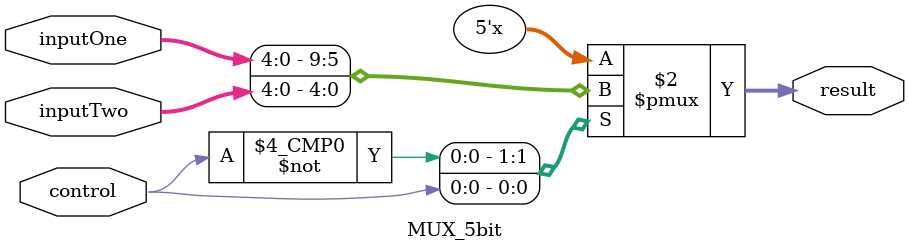
<source format=v>
module MUX_32bit(
    control,
    inputOne,
    inputTwo,
    result
);
    input control;
    input [31:0] inputOne;
    input [31:0] inputTwo;
    output [31:0] result;
    
    reg [31:0] result;
    always @(*)
    begin
        case(control)
            1'b0:
                result=inputOne;
            
            1'b1:
                result=inputTwo;
        endcase
    end

endmodule
module MUX_8bit(
    control,
    inputOne,
    inputTwo,
    result
);
    input control;
    input [7:0] inputOne;
    input [7:0] inputTwo;
    output [7:0] result;
    
    reg [7:0] result;
    
    always @(*)
    begin
        case(control)
            1'b0:
                result=inputOne;
            
            1'b1:
                result=inputTwo;
        endcase
    end

endmodule
module MUX_5bit(
    control,
    inputOne,
    inputTwo,
    result
);
    input control;
    input [4:0] inputOne;
    input [4:0] inputTwo;
    output [4:0] result;
   
    reg [4:0] result;
    always @(*)
    begin
        case(control)
            1'b0:
                result=inputOne;
            
            1'b1:
                result=inputTwo;
        endcase
    end

endmodule

// module testMux;

//     reg control;
//     reg [4:0] inputOne;
//     reg [4:0] inputTwo;
//     wire [4:0] result;

//     reg [7:0] inputOne_8;
//     reg [7:0] inputTwo_8;
//     wire [7:0] result_8;

//     reg [31:0] inputOne_32;
//     reg [31:0] inputTwo_32;
//     wire [31:0] result_32;

//     MUX_5bit Bit_5(.control(control),.inputOne(inputOne),.inputTwo(inputTwo),.result(result));
//     initial
//     begin
//         control = 0;
//         inputOne = 5'd4;
//         inputTwo = 5'd5;
//         #10; 

//         control = 1;

//         #10;
//     end
//     MUX_8bit Bit_8(.control(control),.inputOne(inputOne_8),.inputTwo(inputTwo_8),.result(result_8));

//     initial
//     begin
//         control = 0;
//         inputOne_8 = 8'd4;
//         inputTwo_8 = 8'd5;
//         #10;

//         control = 1;

//         #10;
//     end
//     MUX_32bit Bit_32(.control(control),.inputOne(inputOne_32),.inputTwo(inputTwo_32),.result(result_32));
//     initial
//     begin
//         control = 0;
//         inputOne_32 = 32'd4;
//         inputTwo_32 = 32'd5;
//         #10;

//         control = 1;

//         #10;
//     end


// endmodule

</source>
